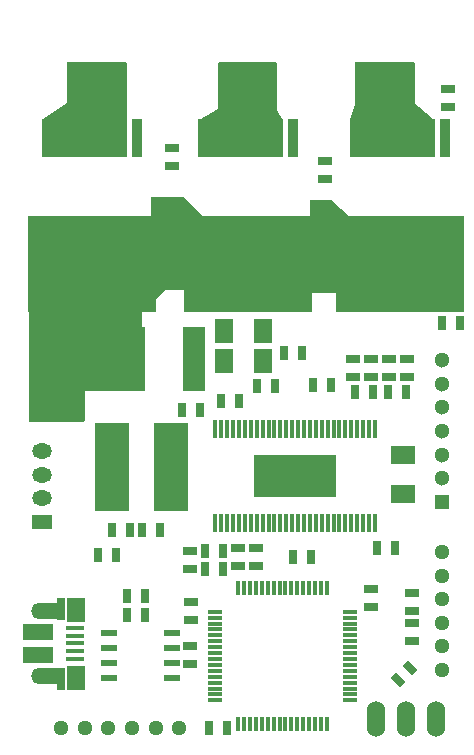
<source format=gts>
%TF.GenerationSoftware,KiCad,Pcbnew,8.0.4-8.0.4-0~ubuntu20.04.1*%
%TF.CreationDate,2024-09-04T15:52:02+02:00*%
%TF.ProjectId,BLDC_4,424c4443-5f34-42e6-9b69-6361645f7063,A*%
%TF.SameCoordinates,Original*%
%TF.FileFunction,Soldermask,Top*%
%TF.FilePolarity,Negative*%
%FSLAX46Y46*%
G04 Gerber Fmt 4.6, Leading zero omitted, Abs format (unit mm)*
G04 Created by KiCad (PCBNEW 8.0.4-8.0.4-0~ubuntu20.04.1) date 2024-09-04 15:52:02*
%MOMM*%
%LPD*%
G01*
G04 APERTURE LIST*
G04 Aperture macros list*
%AMRotRect*
0 Rectangle, with rotation*
0 The origin of the aperture is its center*
0 $1 length*
0 $2 width*
0 $3 Rotation angle, in degrees counterclockwise*
0 Add horizontal line*
21,1,$1,$2,0,0,$3*%
G04 Aperture macros list end*
%ADD10R,1.849120X5.499100*%
%ADD11O,1.524000X3.048000*%
%ADD12C,1.300480*%
%ADD13R,5.000000X4.000000*%
%ADD14R,10.800080X8.150860*%
%ADD15R,0.899160X3.200400*%
%ADD16R,0.300000X1.300480*%
%ADD17R,1.300480X0.300000*%
%ADD18R,0.299720X1.501140*%
%ADD19R,7.000240X3.599180*%
%ADD20R,1.699260X1.300000*%
%ADD21O,1.699260X1.300000*%
%ADD22R,1.524000X2.032000*%
%ADD23R,1.143000X0.635000*%
%ADD24RotRect,0.635000X1.143000X45.000000*%
%ADD25R,0.635000X1.143000*%
%ADD26R,2.032000X1.524000*%
%ADD27R,1.399540X0.599440*%
%ADD28R,1.650000X0.400000*%
%ADD29R,0.700000X1.825000*%
%ADD30R,1.500000X2.000000*%
%ADD31R,2.000000X1.350000*%
%ADD32O,1.700000X1.350000*%
%ADD33O,1.500000X1.100000*%
%ADD34R,2.500000X1.430000*%
%ADD35R,1.300000X1.300000*%
%ADD36C,1.300000*%
%ADD37R,2.997200X7.498080*%
G04 APERTURE END LIST*
D10*
%TO.C,C37*%
X93380560Y-105918000D03*
X88229440Y-105918000D03*
%TD*%
D11*
%TO.C,K1*%
X108712000Y-136398000D03*
X111252000Y-136398000D03*
X113792000Y-136398000D03*
%TD*%
D12*
%TO.C,P1*%
X82098740Y-137200000D03*
X84100260Y-137200000D03*
X86099240Y-137200000D03*
X88100760Y-137200000D03*
X90099740Y-137200000D03*
X92101260Y-137200000D03*
%TD*%
%TO.C,P2*%
X114300000Y-122252740D03*
X114300000Y-124254260D03*
X114300000Y-126253240D03*
X114300000Y-128254760D03*
X114300000Y-130253740D03*
X114300000Y-132255260D03*
%TD*%
D13*
%TO.C,P6*%
X85090000Y-82804000D03*
%TD*%
%TO.C,P9*%
X109474000Y-82804000D03*
%TD*%
D14*
%TO.C,Q1*%
X110744000Y-97848420D03*
D15*
X114554000Y-87246460D03*
X113284000Y-87246460D03*
X112014000Y-87246460D03*
X109474000Y-87246460D03*
X108204000Y-87246460D03*
X106934000Y-87246460D03*
%TD*%
D14*
%TO.C,Q3*%
X97917000Y-97848420D03*
D15*
X101727000Y-87246460D03*
X100457000Y-87246460D03*
X99187000Y-87246460D03*
X96647000Y-87246460D03*
X95377000Y-87246460D03*
X94107000Y-87246460D03*
%TD*%
D14*
%TO.C,Q5*%
X84709000Y-97848420D03*
D15*
X88519000Y-87246460D03*
X87249000Y-87246460D03*
X85979000Y-87246460D03*
X83439000Y-87246460D03*
X82169000Y-87246460D03*
X80899000Y-87246460D03*
%TD*%
D16*
%TO.C,U1*%
X97088960Y-136814560D03*
X97586800Y-136814560D03*
X98087180Y-136814560D03*
X98587560Y-136814560D03*
X99087940Y-136814560D03*
X99588320Y-136814560D03*
X100088700Y-136814560D03*
X100589080Y-136814560D03*
X101086920Y-136814560D03*
X101587300Y-136814560D03*
X102087680Y-136814560D03*
X102588060Y-136814560D03*
X103088440Y-136814560D03*
X103588820Y-136814560D03*
X104089200Y-136814560D03*
X104587040Y-136814560D03*
D17*
X106588560Y-134813040D03*
X106588560Y-134315200D03*
X106588560Y-133814820D03*
X106588560Y-133314440D03*
X106588560Y-132814060D03*
X106588560Y-132313680D03*
X106588560Y-131813300D03*
X106588560Y-131312920D03*
X106588560Y-130815080D03*
X106588560Y-130314700D03*
X106588560Y-129814320D03*
X106588560Y-129313940D03*
X106588560Y-128813560D03*
X106588560Y-128313180D03*
X106588560Y-127812800D03*
X106588560Y-127314960D03*
D16*
X104587040Y-125313440D03*
X104089200Y-125313440D03*
X103588820Y-125313440D03*
X103088440Y-125313440D03*
X102588060Y-125313440D03*
X102087680Y-125313440D03*
X101587300Y-125313440D03*
X101086920Y-125313440D03*
X100589080Y-125313440D03*
X100088700Y-125313440D03*
X99588320Y-125313440D03*
X99087940Y-125313440D03*
X98587560Y-125313440D03*
X98087180Y-125313440D03*
X97586800Y-125313440D03*
X97088960Y-125313440D03*
D17*
X95087440Y-127314960D03*
X95087440Y-127812800D03*
X95087440Y-128313180D03*
X95087440Y-128813560D03*
X95087440Y-129313940D03*
X95087440Y-129814320D03*
X95087440Y-130314700D03*
X95087440Y-130815080D03*
X95087440Y-131312920D03*
X95087440Y-131813300D03*
X95087440Y-132313680D03*
X95087440Y-132814060D03*
X95087440Y-133314440D03*
X95087440Y-133814820D03*
X95087440Y-134315200D03*
X95087440Y-134813040D03*
%TD*%
D18*
%TO.C,U3*%
X95158560Y-119824500D03*
X95656400Y-119824500D03*
X96156780Y-119824500D03*
X96657160Y-119824500D03*
X97157540Y-119824500D03*
X97657920Y-119824500D03*
X98158300Y-119824500D03*
X98656140Y-119824500D03*
X99156520Y-119824500D03*
X99656900Y-119824500D03*
X100157280Y-119824500D03*
X100657660Y-119824500D03*
X101158040Y-119824500D03*
X101658420Y-119824500D03*
X102156260Y-119824500D03*
X102656640Y-119824500D03*
X103157020Y-119824500D03*
X103657400Y-119824500D03*
X104157780Y-119824500D03*
X104658160Y-119824500D03*
X105158540Y-119824500D03*
X105656380Y-119824500D03*
X106156760Y-119824500D03*
X106657140Y-119824500D03*
X107157520Y-119824500D03*
X107657900Y-119824500D03*
X108158280Y-119824500D03*
X108656120Y-119824500D03*
X108656120Y-111823500D03*
X108158280Y-111823500D03*
X107657900Y-111823500D03*
X107157520Y-111823500D03*
X106657140Y-111823500D03*
X106156760Y-111823500D03*
X105656380Y-111823500D03*
X105158540Y-111823500D03*
X104658160Y-111823500D03*
X104157780Y-111823500D03*
X103657400Y-111823500D03*
X103157020Y-111823500D03*
X102656640Y-111823500D03*
X102156260Y-111823500D03*
X101658420Y-111823500D03*
X101158040Y-111823500D03*
X100657660Y-111823500D03*
X100157280Y-111823500D03*
X99656900Y-111823500D03*
X99156520Y-111823500D03*
X98656140Y-111823500D03*
X98158300Y-111823500D03*
X97657920Y-111823500D03*
X97157540Y-111823500D03*
X96657160Y-111823500D03*
X96156780Y-111823500D03*
X95656400Y-111823500D03*
X95158560Y-111823500D03*
D19*
X101854000Y-115824000D03*
%TD*%
D20*
%TO.C,P101*%
X80450000Y-119728280D03*
D21*
X80450000Y-117726760D03*
X80450000Y-115725240D03*
X80450000Y-113726260D03*
%TD*%
D13*
%TO.C,P7*%
X97790000Y-82804000D03*
%TD*%
D22*
%TO.C,C1*%
X95885000Y-106045000D03*
X99187000Y-106045000D03*
%TD*%
%TO.C,C8*%
X95885000Y-103505000D03*
X99187000Y-103505000D03*
%TD*%
D23*
%TO.C,C10*%
X108331000Y-125349000D03*
X108331000Y-126873000D03*
%TD*%
D24*
%TO.C,C11*%
X110586185Y-133126815D03*
X111663815Y-132049185D03*
%TD*%
D23*
%TO.C,C12*%
X98552000Y-123444000D03*
X98552000Y-121920000D03*
%TD*%
%TO.C,C13*%
X93091000Y-128016000D03*
X93091000Y-126492000D03*
%TD*%
D25*
%TO.C,C19*%
X94234000Y-122174000D03*
X95758000Y-122174000D03*
%TD*%
D23*
%TO.C,C21*%
X92964000Y-122174000D03*
X92964000Y-123698000D03*
%TD*%
D25*
%TO.C,C22*%
X101727000Y-122682000D03*
X103251000Y-122682000D03*
%TD*%
%TO.C,C23*%
X110363000Y-121920000D03*
X108839000Y-121920000D03*
%TD*%
%TO.C,C27*%
X97155000Y-109474000D03*
X95631000Y-109474000D03*
%TD*%
%TO.C,C28*%
X100203000Y-108204000D03*
X98679000Y-108204000D03*
%TD*%
%TO.C,C29*%
X102489000Y-105410000D03*
X100965000Y-105410000D03*
%TD*%
%TO.C,C30*%
X104902000Y-108077000D03*
X103378000Y-108077000D03*
%TD*%
%TO.C,C34*%
X106934000Y-108712000D03*
X108458000Y-108712000D03*
%TD*%
%TO.C,C35*%
X94615000Y-137160000D03*
X96139000Y-137160000D03*
%TD*%
%TO.C,C36*%
X109728000Y-108712000D03*
X111252000Y-108712000D03*
%TD*%
D26*
%TO.C,C39*%
X110998000Y-117348000D03*
X110998000Y-114046000D03*
%TD*%
D23*
%TO.C,C41*%
X111760000Y-125730000D03*
X111760000Y-127254000D03*
%TD*%
%TO.C,C401*%
X93000000Y-130188000D03*
X93000000Y-131712000D03*
%TD*%
D25*
%TO.C,R1*%
X114300000Y-102870000D03*
X115824000Y-102870000D03*
%TD*%
D23*
%TO.C,R2*%
X111760000Y-129794000D03*
X111760000Y-128270000D03*
%TD*%
D25*
%TO.C,R17*%
X86360000Y-120396000D03*
X87884000Y-120396000D03*
%TD*%
%TO.C,R18*%
X88900000Y-120396000D03*
X90424000Y-120396000D03*
%TD*%
%TO.C,R19*%
X94234000Y-123698000D03*
X95758000Y-123698000D03*
%TD*%
D23*
%TO.C,R20*%
X97028000Y-121920000D03*
X97028000Y-123444000D03*
%TD*%
D25*
%TO.C,R25*%
X92329000Y-110236000D03*
X93853000Y-110236000D03*
%TD*%
D23*
%TO.C,R28*%
X114808000Y-84582000D03*
X114808000Y-83058000D03*
%TD*%
%TO.C,R34*%
X104394000Y-89154000D03*
X104394000Y-90678000D03*
%TD*%
%TO.C,R42*%
X91440000Y-88011000D03*
X91440000Y-89535000D03*
%TD*%
%TO.C,R48*%
X106807000Y-105918000D03*
X106807000Y-107442000D03*
%TD*%
%TO.C,R49*%
X108331000Y-105918000D03*
X108331000Y-107442000D03*
%TD*%
%TO.C,R50*%
X109855000Y-105918000D03*
X109855000Y-107442000D03*
%TD*%
%TO.C,R51*%
X111379000Y-105918000D03*
X111379000Y-107442000D03*
%TD*%
D25*
%TO.C,R103*%
X89162000Y-127550000D03*
X87638000Y-127550000D03*
%TD*%
%TO.C,R104*%
X89162000Y-126000000D03*
X87638000Y-126000000D03*
%TD*%
%TO.C,R401*%
X86762000Y-122500000D03*
X85238000Y-122500000D03*
%TD*%
D27*
%TO.C,U401*%
X91467000Y-132955000D03*
X91467000Y-131685000D03*
X91467000Y-130415000D03*
X91467000Y-129145000D03*
X86133000Y-129145000D03*
X86133000Y-130415000D03*
X86133000Y-131685000D03*
X86133000Y-132955000D03*
%TD*%
D28*
%TO.C,X1*%
X83250000Y-128700000D03*
X83250000Y-129350000D03*
X83250000Y-130000000D03*
X83250000Y-130650000D03*
X83250000Y-131300000D03*
D29*
X82050000Y-127050000D03*
D30*
X83350000Y-127150000D03*
D31*
X81300000Y-127270000D03*
D32*
X80370000Y-127270000D03*
D33*
X83370000Y-127580000D03*
D34*
X80100000Y-129040000D03*
X80100000Y-130960000D03*
D33*
X83370000Y-132420000D03*
D32*
X80370000Y-132730000D03*
D31*
X81300000Y-132750000D03*
D30*
X83370000Y-132900000D03*
D29*
X82050000Y-133000000D03*
%TD*%
D35*
%TO.C,P3*%
X114300000Y-118018560D03*
D36*
X114300000Y-116017040D03*
X114300000Y-114015520D03*
X114300000Y-112016540D03*
X114300000Y-110015020D03*
X114300000Y-108013500D03*
X114300000Y-106014520D03*
%TD*%
D37*
%TO.C,L1*%
X91399360Y-115062000D03*
X86400640Y-115062000D03*
%TD*%
G36*
X100272121Y-80792002D02*
G01*
X100318614Y-80845658D01*
X100330000Y-80898000D01*
X100330000Y-84836000D01*
X100329999Y-84836000D01*
X100816838Y-85566257D01*
X100837982Y-85634032D01*
X100838000Y-85636149D01*
X100838000Y-88647000D01*
X100817998Y-88715121D01*
X100764342Y-88761614D01*
X100712000Y-88773000D01*
X93852000Y-88773000D01*
X93783879Y-88752998D01*
X93737386Y-88699342D01*
X93726000Y-88647000D01*
X93726000Y-85795408D01*
X93746002Y-85727287D01*
X93785964Y-85688099D01*
X95376999Y-84709000D01*
X95377000Y-84708999D01*
X95377000Y-80898000D01*
X95397002Y-80829879D01*
X95450658Y-80783386D01*
X95503000Y-80772000D01*
X100204000Y-80772000D01*
X100272121Y-80792002D01*
G37*
G36*
X111956121Y-80792002D02*
G01*
X112002614Y-80845658D01*
X112014000Y-80898000D01*
X112014000Y-84328001D01*
X112390447Y-84578965D01*
X112399267Y-84585413D01*
X113617712Y-85560168D01*
X113658410Y-85618342D01*
X113665000Y-85658558D01*
X113665000Y-88647000D01*
X113644998Y-88715121D01*
X113591342Y-88761614D01*
X113539000Y-88773000D01*
X106679000Y-88773000D01*
X106610879Y-88752998D01*
X106564386Y-88699342D01*
X106553000Y-88647000D01*
X106553000Y-85741872D01*
X106557440Y-85708719D01*
X106933999Y-84328000D01*
X106934000Y-84327998D01*
X106934000Y-80898000D01*
X106954002Y-80829879D01*
X107007658Y-80783386D01*
X107060000Y-80772000D01*
X111888000Y-80772000D01*
X111956121Y-80792002D01*
G37*
G36*
X87572121Y-80792002D02*
G01*
X87618614Y-80845658D01*
X87630000Y-80898000D01*
X87630000Y-88647000D01*
X87609998Y-88715121D01*
X87556342Y-88761614D01*
X87504000Y-88773000D01*
X80644000Y-88773000D01*
X80575879Y-88752998D01*
X80529386Y-88699342D01*
X80518000Y-88647000D01*
X80518000Y-85664279D01*
X80538002Y-85596158D01*
X80572617Y-85560450D01*
X82549999Y-84201000D01*
X82550000Y-84201000D01*
X82550000Y-80898000D01*
X82570002Y-80829879D01*
X82623658Y-80783386D01*
X82676000Y-80772000D01*
X87504000Y-80772000D01*
X87572121Y-80792002D01*
G37*
G36*
X88842121Y-101747002D02*
G01*
X88888614Y-101800658D01*
X88900000Y-101853000D01*
X88900000Y-108459000D01*
X88879998Y-108527121D01*
X88826342Y-108573614D01*
X88774000Y-108585000D01*
X84074000Y-108585000D01*
X84074000Y-111126000D01*
X84053998Y-111194121D01*
X84000342Y-111240614D01*
X83948000Y-111252000D01*
X79501000Y-111252000D01*
X79432879Y-111231998D01*
X79386386Y-111178342D01*
X79375000Y-111126000D01*
X79375000Y-101853000D01*
X79395002Y-101784879D01*
X79448658Y-101738386D01*
X79501000Y-101727000D01*
X88774000Y-101727000D01*
X88842121Y-101747002D01*
G37*
G36*
X92471931Y-92222002D02*
G01*
X92492905Y-92238905D01*
X94197095Y-93943095D01*
X94231121Y-94005407D01*
X94234000Y-94032190D01*
X94234000Y-101474000D01*
X94213998Y-101542121D01*
X94160342Y-101588614D01*
X94108000Y-101600000D01*
X92836000Y-101600000D01*
X92767879Y-101579998D01*
X92721386Y-101526342D01*
X92710000Y-101474000D01*
X92710000Y-100076000D01*
X90931998Y-100076000D01*
X89877095Y-101130904D01*
X89814783Y-101164930D01*
X89743968Y-101159865D01*
X89687132Y-101117318D01*
X89662321Y-101050798D01*
X89662000Y-101041809D01*
X89662000Y-92328000D01*
X89682002Y-92259879D01*
X89735658Y-92213386D01*
X89788000Y-92202000D01*
X92403810Y-92202000D01*
X92471931Y-92222002D01*
G37*
G36*
X104923511Y-92476002D02*
G01*
X104937390Y-92486334D01*
X106636000Y-93942285D01*
X106674704Y-94001804D01*
X106680000Y-94037951D01*
X106680000Y-100204000D01*
X106659998Y-100272121D01*
X106606342Y-100318614D01*
X106554000Y-100330000D01*
X103250000Y-100330000D01*
X103181879Y-100309998D01*
X103135386Y-100256342D01*
X103124000Y-100204000D01*
X103124000Y-92582000D01*
X103144002Y-92513879D01*
X103197658Y-92467386D01*
X103250000Y-92456000D01*
X104855390Y-92456000D01*
X104923511Y-92476002D01*
G37*
M02*

</source>
